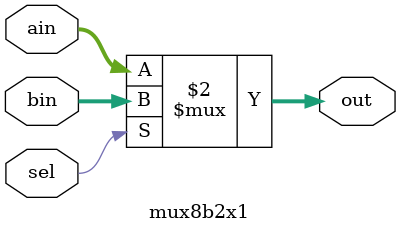
<source format=v>
module mux8b2x1 (
    input [7:0] ain,       // 34-bit Input 0
    input [7:0] bin,       // 34-bit Input 1
    input sel,              // 1-bit Select signal
    output [7:0] out       // 34-bit Output
);
    assign out = (sel == 1'b0) ? ain : bin; // Select between ain and bin based on sel
endmodule 
</source>
